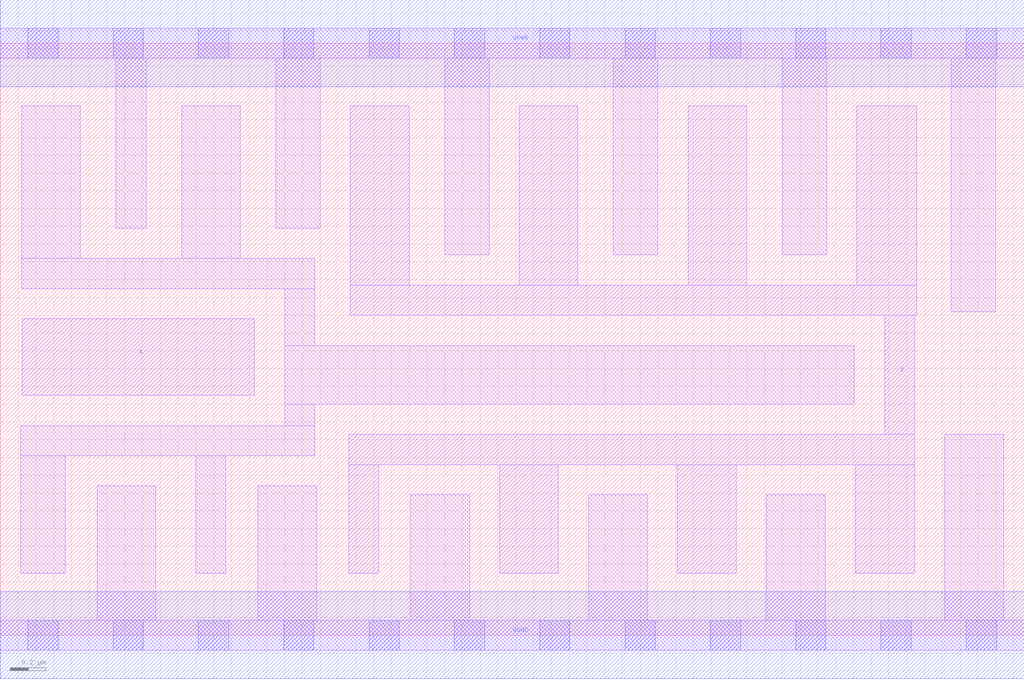
<source format=lef>
# Copyright 2020 The SkyWater PDK Authors
#
# Licensed under the Apache License, Version 2.0 (the "License");
# you may not use this file except in compliance with the License.
# You may obtain a copy of the License at
#
#     https://www.apache.org/licenses/LICENSE-2.0
#
# Unless required by applicable law or agreed to in writing, software
# distributed under the License is distributed on an "AS IS" BASIS,
# WITHOUT WARRANTIES OR CONDITIONS OF ANY KIND, either express or implied.
# See the License for the specific language governing permissions and
# limitations under the License.
#
# SPDX-License-Identifier: Apache-2.0

VERSION 5.7 ;
  NAMESCASESENSITIVE ON ;
  NOWIREEXTENSIONATPIN ON ;
  DIVIDERCHAR "/" ;
  BUSBITCHARS "[]" ;
UNITS
  DATABASE MICRONS 200 ;
END UNITS
MACRO sky130_fd_sc_ms__buf_8
  CLASS CORE ;
  SOURCE USER ;
  FOREIGN sky130_fd_sc_ms__buf_8 ;
  ORIGIN  0.000000  0.000000 ;
  SIZE  5.760000 BY  3.330000 ;
  SYMMETRY X Y ;
  SITE unit ;
  PIN A
    ANTENNAGATEAREA  0.937800 ;
    DIRECTION INPUT ;
    USE SIGNAL ;
    PORT
      LAYER li1 ;
        RECT 0.125000 1.350000 1.430000 1.780000 ;
    END
  END A
  PIN X
    ANTENNADIFFAREA  2.114900 ;
    DIRECTION OUTPUT ;
    USE SIGNAL ;
    PORT
      LAYER li1 ;
        RECT 1.960000 0.350000 2.130000 0.960000 ;
        RECT 1.960000 0.960000 5.145000 1.130000 ;
        RECT 1.970000 1.800000 5.155000 1.970000 ;
        RECT 1.970000 1.970000 2.300000 2.980000 ;
        RECT 2.810000 0.350000 3.140000 0.960000 ;
        RECT 2.920000 1.970000 3.250000 2.980000 ;
        RECT 3.810000 0.350000 4.140000 0.960000 ;
        RECT 3.870000 1.970000 4.200000 2.980000 ;
        RECT 4.810000 0.350000 5.145000 0.960000 ;
        RECT 4.820000 1.970000 5.155000 2.980000 ;
        RECT 4.975000 1.130000 5.145000 1.800000 ;
    END
  END X
  PIN VGND
    DIRECTION INOUT ;
    USE GROUND ;
    PORT
      LAYER met1 ;
        RECT 0.000000 -0.245000 5.760000 0.245000 ;
    END
  END VGND
  PIN VPWR
    DIRECTION INOUT ;
    USE POWER ;
    PORT
      LAYER met1 ;
        RECT 0.000000 3.085000 5.760000 3.575000 ;
    END
  END VPWR
  OBS
    LAYER li1 ;
      RECT 0.000000 -0.085000 5.760000 0.085000 ;
      RECT 0.000000  3.245000 5.760000 3.415000 ;
      RECT 0.115000  0.350000 0.365000 1.010000 ;
      RECT 0.115000  1.010000 1.770000 1.180000 ;
      RECT 0.120000  1.950000 1.770000 2.120000 ;
      RECT 0.120000  2.120000 0.450000 2.980000 ;
      RECT 0.545000  0.085000 0.875000 0.840000 ;
      RECT 0.650000  2.290000 0.820000 3.245000 ;
      RECT 1.020000  2.120000 1.350000 2.980000 ;
      RECT 1.100000  0.350000 1.270000 1.010000 ;
      RECT 1.450000  0.085000 1.780000 0.840000 ;
      RECT 1.550000  2.290000 1.800000 3.245000 ;
      RECT 1.600000  1.180000 1.770000 1.300000 ;
      RECT 1.600000  1.300000 4.805000 1.630000 ;
      RECT 1.600000  1.630000 1.770000 1.950000 ;
      RECT 2.310000  0.085000 2.640000 0.790000 ;
      RECT 2.500000  2.140000 2.750000 3.245000 ;
      RECT 3.310000  0.085000 3.640000 0.790000 ;
      RECT 3.450000  2.140000 3.700000 3.245000 ;
      RECT 4.310000  0.085000 4.640000 0.790000 ;
      RECT 4.400000  2.140000 4.650000 3.245000 ;
      RECT 5.315000  0.085000 5.645000 1.130000 ;
      RECT 5.350000  1.820000 5.600000 3.245000 ;
    LAYER mcon ;
      RECT 0.155000 -0.085000 0.325000 0.085000 ;
      RECT 0.155000  3.245000 0.325000 3.415000 ;
      RECT 0.635000 -0.085000 0.805000 0.085000 ;
      RECT 0.635000  3.245000 0.805000 3.415000 ;
      RECT 1.115000 -0.085000 1.285000 0.085000 ;
      RECT 1.115000  3.245000 1.285000 3.415000 ;
      RECT 1.595000 -0.085000 1.765000 0.085000 ;
      RECT 1.595000  3.245000 1.765000 3.415000 ;
      RECT 2.075000 -0.085000 2.245000 0.085000 ;
      RECT 2.075000  3.245000 2.245000 3.415000 ;
      RECT 2.555000 -0.085000 2.725000 0.085000 ;
      RECT 2.555000  3.245000 2.725000 3.415000 ;
      RECT 3.035000 -0.085000 3.205000 0.085000 ;
      RECT 3.035000  3.245000 3.205000 3.415000 ;
      RECT 3.515000 -0.085000 3.685000 0.085000 ;
      RECT 3.515000  3.245000 3.685000 3.415000 ;
      RECT 3.995000 -0.085000 4.165000 0.085000 ;
      RECT 3.995000  3.245000 4.165000 3.415000 ;
      RECT 4.475000 -0.085000 4.645000 0.085000 ;
      RECT 4.475000  3.245000 4.645000 3.415000 ;
      RECT 4.955000 -0.085000 5.125000 0.085000 ;
      RECT 4.955000  3.245000 5.125000 3.415000 ;
      RECT 5.435000 -0.085000 5.605000 0.085000 ;
      RECT 5.435000  3.245000 5.605000 3.415000 ;
  END
END sky130_fd_sc_ms__buf_8
END LIBRARY

</source>
